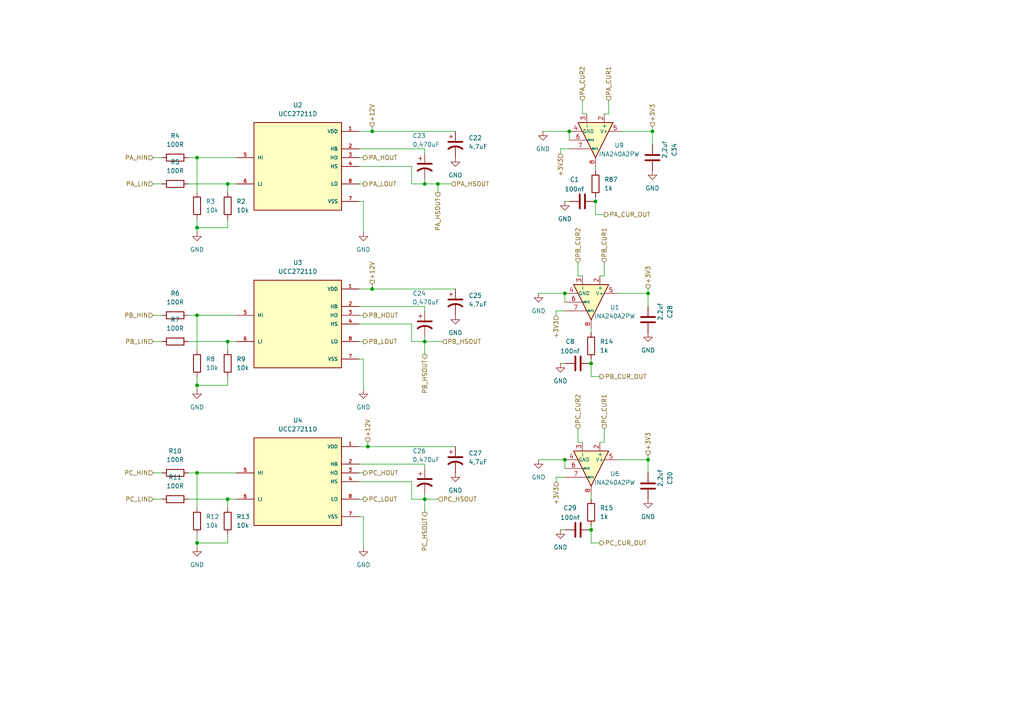
<source format=kicad_sch>
(kicad_sch (version 20250114) (generator "eeschema") (generator_version "9.0")
  (paper "A4")
  (lib_symbols
    (symbol "Amplifier_Current:INA240A2PW" (pin_names (offset 0.127))
      (property "Reference" "U" (at 3.81 3.81 0))
      (property "Value" "INA240A2PW" (at 3.81 -2.54 0))
      (symbol "INA240A2PW_0_1"
        (polyline (pts (xy 5.08 0) (xy -5.08 5.08) (xy -5.08 -5.08) (xy 5.08 0)) (stroke (width 0.254)) (fill (type background)))
      )
      (symbol "INA240A2PW_1_1"
        (pin input line (at -7.62 2.54 0) (length 2.54) (name "+") (number "2"))
        (pin input line (at -7.62 -2.54 0) (length 2.54) (name "-") (number "3"))
        (pin power_in line (at -2.54 7.62 270) (length 3.81) (name "V+") (number "5"))
        (pin passive line (at -2.54 -7.62 90) (length 3.81) (hide yes) (name "GND") (number "1"))
        (pin power_in line (at -2.54 -7.62 90) (length 3.81) (name "GND") (number "4"))
        (pin passive line (at 0 -7.62 90) (length 5.08) (name "REF2") (number "6"))
        (pin passive line (at 2.54 -7.62 90) (length 6.35) (name "REF1") (number "7"))
        (pin output line (at 7.62 0 180) (length 2.54) (name "~") (number "8"))
      )
    )
    (symbol "Device:C" (pin_numbers (hide yes)) (pin_names (offset 0.254))
      (property "Reference" "C" (at 0.635 2.54 0))
      (property "Value" "C" (at 0.635 -2.54 0))
      (symbol "C_0_1"
        (polyline (pts (xy -2.032 0.762) (xy 2.032 0.762)) (stroke (width 0.508)))
        (polyline (pts (xy -2.032 -0.762) (xy 2.032 -0.762)) (stroke (width 0.508)))
      )
      (symbol "C_1_1"
        (pin passive line (at 0 3.81 270) (length 2.794) (name "~") (number "1"))
        (pin passive line (at 0 -3.81 90) (length 2.794) (name "~") (number "2"))
      )
    )
    (symbol "Device:C_Polarized_US" (pin_numbers (hide yes)) (pin_names (offset 0.254) (hide yes))
      (property "Reference" "C" (at 0.635 2.54 0))
      (property "Value" "C_Polarized_US" (at 0.635 -2.54 0))
      (symbol "C_Polarized_US_0_1"
        (polyline (pts (xy -2.032 0.762) (xy 2.032 0.762)) (stroke (width 0.508)))
        (polyline (pts (xy -1.778 2.286) (xy -0.762 2.286)))
        (polyline (pts (xy -1.27 1.778) (xy -1.27 2.794)))
        (arc (start -2.032 -1.27) (mid 0 -0.5572) (end 2.032 -1.27) (stroke (width 0.508)))
      )
      (symbol "C_Polarized_US_1_1"
        (pin passive line (at 0 3.81 270) (length 2.794) (name "~") (number "1"))
        (pin passive line (at 0 -3.81 90) (length 3.302) (name "~") (number "2"))
      )
    )
    (symbol "Device:R" (pin_numbers (hide yes)) (pin_names (offset 0))
      (property "Reference" "R" (at 2.032 0 90))
      (property "Value" "R" (at 0 0 90))
      (symbol "R_0_1"
        (rectangle (start -1.016 -2.54) (end 1.016 2.54) (stroke (width 0.254)))
      )
      (symbol "R_1_1"
        (pin passive line (at 0 3.81 270) (length 1.27) (name "~") (number "1"))
        (pin passive line (at 0 -3.81 90) (length 1.27) (name "~") (number "2"))
      )
    )
    (symbol "GND_1" (power) (pin_numbers (hide yes)) (pin_names (offset 0) (hide yes))
      (property "Value" "GND" (at 0 -3.81 0))
      (symbol "GND_1_0_1"
        (polyline (pts (xy 0 0) (xy 0 -1.27) (xy 1.27 -1.27) (xy 0 -2.54) (xy -1.27 -1.27) (xy 0 -1.27)))
      )
      (symbol "GND_1_1_1"
        (pin power_in line (at 0 0 270) (length 0) (name "~") (number "1"))
      )
    )
    (symbol "UCC27211D:UCC27211D" (pin_names (offset 1.016))
      (property "Reference" "U" (at -12.7 13.7 0))
      (property "Value" "UCC27211D" (at -12.7 -15.24 0))
      (symbol "UCC27211D_0_0"
        (rectangle (start -12.7 -12.7) (end 12.7 12.7) (stroke (width 0.254)) (fill (type background)))
        (pin input line (at -17.78 2.54 0) (length 5.08) (name "HI") (number "5"))
        (pin input line (at -17.78 -5.08 0) (length 5.08) (name "LI") (number "6"))
        (pin power_in line (at 17.78 10.16 180) (length 5.08) (name "VDD") (number "1"))
        (pin passive line (at 17.78 5.08 180) (length 5.08) (name "HB") (number "2"))
        (pin output line (at 17.78 2.54 180) (length 5.08) (name "HO") (number "3"))
        (pin passive line (at 17.78 0 180) (length 5.08) (name "HS") (number "4"))
        (pin output line (at 17.78 -5.08 180) (length 5.08) (name "LO") (number "8"))
        (pin power_in line (at 17.78 -10.16 180) (length 5.08) (name "VSS") (number "7"))
      )
    )
    (symbol "power:GND" (power) (pin_numbers (hide yes)) (pin_names (offset 0) (hide yes))
      (property "Value" "GND" (at 0 -3.81 0))
      (symbol "GND_0_1"
        (polyline (pts (xy 0 0) (xy 0 -1.27) (xy 1.27 -1.27) (xy 0 -2.54) (xy -1.27 -1.27) (xy 0 -1.27)))
      )
      (symbol "GND_1_1"
        (pin power_in line (at 0 0 270) (length 0) (name "~") (number "1"))
      )
    )
  )
  (junction (at 123.19 99.06))
  (junction (at 163.83 85.09))
  (junction (at 171.45 105.41))
  (junction (at 189.23 38.1))
  (junction (at 187.96 85.09))
  (junction (at 163.83 133.35))
  (junction (at 107.95 83.82))
  (junction (at 57.15 45.72))
  (junction (at 127 53.34))
  (junction (at 123.19 144.78))
  (junction (at 57.15 111.76))
  (junction (at 66.04 144.78))
  (junction (at 66.04 53.34))
  (junction (at 171.45 153.67))
  (junction (at 57.15 157.48))
  (junction (at 187.96 133.35))
  (junction (at 57.15 91.44))
  (junction (at 57.15 137.16))
  (junction (at 123.19 53.34))
  (junction (at 106.68 129.54))
  (junction (at 165.1 38.1))
  (junction (at 66.04 99.06))
  (junction (at 107.95 38.1))
  (junction (at 172.72 58.42))
  (junction (at 57.15 66.04))
  (wire (pts (xy 127 53.34) (xy 127 55.88)))
  (wire (pts (xy 165.1 38.1) (xy 165.1 40.64)))
  (wire (pts (xy 44.45 45.72) (xy 46.99 45.72)))
  (wire (pts (xy 104.14 129.54) (xy 106.68 129.54)))
  (wire (pts (xy 163.83 85.09) (xy 163.83 87.63)))
  (wire (pts (xy 66.04 157.48) (xy 66.04 154.94)))
  (wire (pts (xy 119.38 93.98) (xy 119.38 99.06)))
  (wire (pts (xy 132.08 38.1) (xy 107.95 38.1)))
  (wire (pts (xy 175.26 124.46) (xy 175.26 128.27)))
  (wire (pts (xy 107.95 36.83) (xy 107.95 38.1)))
  (wire (pts (xy 123.19 99.06) (xy 123.19 102.87)))
  (wire (pts (xy 57.15 101.6) (xy 57.15 91.44)))
  (wire (pts (xy 123.19 52.07) (xy 123.19 53.34)))
  (wire (pts (xy 171.45 157.48) (xy 173.99 157.48)))
  (wire (pts (xy 171.45 144.78) (xy 171.45 143.51)))
  (wire (pts (xy 162.56 105.41) (xy 163.83 105.41)))
  (wire (pts (xy 57.15 55.88) (xy 57.15 45.72)))
  (wire (pts (xy 104.14 139.7) (xy 119.38 139.7)))
  (wire (pts (xy 127 144.78) (xy 123.19 144.78)))
  (wire (pts (xy 171.45 105.41) (xy 171.45 109.22)))
  (wire (pts (xy 172.72 58.42) (xy 172.72 62.23)))
  (wire (pts (xy 104.14 48.26) (xy 119.38 48.26)))
  (wire (pts (xy 44.45 53.34) (xy 46.99 53.34)))
  (wire (pts (xy 66.04 99.06) (xy 68.58 99.06)))
  (wire (pts (xy 107.95 82.55) (xy 107.95 83.82)))
  (wire (pts (xy 57.15 157.48) (xy 66.04 157.48)))
  (wire (pts (xy 173.99 128.27) (xy 175.26 128.27)))
  (wire (pts (xy 57.15 111.76) (xy 66.04 111.76)))
  (wire (pts (xy 171.45 152.4) (xy 171.45 153.67)))
  (wire (pts (xy 57.15 109.22) (xy 57.15 111.76)))
  (wire (pts (xy 123.19 88.9) (xy 123.19 90.17)))
  (wire (pts (xy 168.91 29.21) (xy 168.91 33.02)))
  (wire (pts (xy 104.14 93.98) (xy 119.38 93.98)))
  (wire (pts (xy 119.38 53.34) (xy 123.19 53.34)))
  (wire (pts (xy 123.19 43.18) (xy 123.19 44.45)))
  (wire (pts (xy 187.96 85.09) (xy 187.96 88.9)))
  (wire (pts (xy 57.15 111.76) (xy 57.15 113.03)))
  (wire (pts (xy 127 53.34) (xy 123.19 53.34)))
  (wire (pts (xy 104.14 99.06) (xy 105.41 99.06)))
  (wire (pts (xy 57.15 66.04) (xy 57.15 67.31)))
  (wire (pts (xy 171.45 153.67) (xy 171.45 157.48)))
  (wire (pts (xy 104.14 144.78) (xy 105.41 144.78)))
  (wire (pts (xy 57.15 91.44) (xy 68.58 91.44)))
  (wire (pts (xy 107.95 83.82) (xy 132.08 83.82)))
  (wire (pts (xy 173.99 80.01) (xy 175.26 80.01)))
  (wire (pts (xy 66.04 53.34) (xy 68.58 53.34)))
  (wire (pts (xy 104.14 91.44) (xy 105.41 91.44)))
  (wire (pts (xy 161.29 138.43) (xy 163.83 138.43)))
  (wire (pts (xy 57.15 63.5) (xy 57.15 66.04)))
  (wire (pts (xy 162.56 44.45) (xy 162.56 43.18)))
  (wire (pts (xy 176.53 29.21) (xy 176.53 33.02)))
  (wire (pts (xy 107.95 38.1) (xy 104.14 38.1)))
  (wire (pts (xy 105.41 149.86) (xy 105.41 158.75)))
  (wire (pts (xy 104.14 137.16) (xy 105.41 137.16)))
  (wire (pts (xy 123.19 43.18) (xy 104.14 43.18)))
  (wire (pts (xy 156.21 85.09) (xy 163.83 85.09)))
  (wire (pts (xy 163.83 133.35) (xy 163.83 135.89)))
  (wire (pts (xy 171.45 96.52) (xy 171.45 95.25)))
  (wire (pts (xy 123.19 134.62) (xy 123.19 135.89)))
  (wire (pts (xy 172.72 62.23) (xy 175.26 62.23)))
  (wire (pts (xy 54.61 53.34) (xy 66.04 53.34)))
  (wire (pts (xy 187.96 133.35) (xy 187.96 137.16)))
  (wire (pts (xy 123.19 88.9) (xy 104.14 88.9)))
  (wire (pts (xy 105.41 58.42) (xy 104.14 58.42)))
  (wire (pts (xy 105.41 58.42) (xy 105.41 67.31)))
  (wire (pts (xy 66.04 66.04) (xy 66.04 63.5)))
  (wire (pts (xy 105.41 149.86) (xy 104.14 149.86)))
  (wire (pts (xy 66.04 111.76) (xy 66.04 109.22)))
  (wire (pts (xy 156.21 133.35) (xy 163.83 133.35)))
  (wire (pts (xy 161.29 90.17) (xy 161.29 91.44)))
  (wire (pts (xy 66.04 147.32) (xy 66.04 144.78)))
  (wire (pts (xy 167.64 80.01) (xy 168.91 80.01)))
  (wire (pts (xy 171.45 109.22) (xy 173.99 109.22)))
  (wire (pts (xy 57.15 45.72) (xy 68.58 45.72)))
  (wire (pts (xy 57.15 157.48) (xy 57.15 158.75)))
  (wire (pts (xy 119.38 139.7) (xy 119.38 144.78)))
  (wire (pts (xy 167.64 76.2) (xy 167.64 80.01)))
  (wire (pts (xy 54.61 144.78) (xy 66.04 144.78)))
  (wire (pts (xy 57.15 66.04) (xy 66.04 66.04)))
  (wire (pts (xy 162.56 153.67) (xy 163.83 153.67)))
  (wire (pts (xy 57.15 147.32) (xy 57.15 137.16)))
  (wire (pts (xy 163.83 58.42) (xy 165.1 58.42)))
  (wire (pts (xy 119.38 99.06) (xy 123.19 99.06)))
  (wire (pts (xy 187.96 83.82) (xy 187.96 85.09)))
  (wire (pts (xy 189.23 36.83) (xy 189.23 38.1)))
  (wire (pts (xy 54.61 45.72) (xy 57.15 45.72)))
  (wire (pts (xy 180.34 38.1) (xy 189.23 38.1)))
  (wire (pts (xy 104.14 45.72) (xy 105.41 45.72)))
  (wire (pts (xy 179.07 133.35) (xy 187.96 133.35)))
  (wire (pts (xy 172.72 49.53) (xy 172.72 48.26)))
  (wire (pts (xy 104.14 83.82) (xy 107.95 83.82)))
  (wire (pts (xy 175.26 33.02) (xy 176.53 33.02)))
  (wire (pts (xy 44.45 99.06) (xy 46.99 99.06)))
  (wire (pts (xy 105.41 104.14) (xy 104.14 104.14)))
  (wire (pts (xy 167.64 124.46) (xy 167.64 128.27)))
  (wire (pts (xy 66.04 144.78) (xy 68.58 144.78)))
  (wire (pts (xy 167.64 128.27) (xy 168.91 128.27)))
  (wire (pts (xy 162.56 43.18) (xy 165.1 43.18)))
  (wire (pts (xy 172.72 57.15) (xy 172.72 58.42)))
  (wire (pts (xy 54.61 91.44) (xy 57.15 91.44)))
  (wire (pts (xy 44.45 137.16) (xy 46.99 137.16)))
  (wire (pts (xy 104.14 53.34) (xy 105.41 53.34)))
  (wire (pts (xy 54.61 99.06) (xy 66.04 99.06)))
  (wire (pts (xy 161.29 90.17) (xy 163.83 90.17)))
  (wire (pts (xy 123.19 97.79) (xy 123.19 99.06)))
  (wire (pts (xy 66.04 55.88) (xy 66.04 53.34)))
  (wire (pts (xy 44.45 144.78) (xy 46.99 144.78)))
  (wire (pts (xy 66.04 101.6) (xy 66.04 99.06)))
  (wire (pts (xy 123.19 143.51) (xy 123.19 144.78)))
  (wire (pts (xy 106.68 128.27) (xy 106.68 129.54)))
  (wire (pts (xy 106.68 129.54) (xy 132.08 129.54)))
  (wire (pts (xy 179.07 85.09) (xy 187.96 85.09)))
  (wire (pts (xy 54.61 137.16) (xy 57.15 137.16)))
  (wire (pts (xy 171.45 104.14) (xy 171.45 105.41)))
  (wire (pts (xy 123.19 134.62) (xy 104.14 134.62)))
  (wire (pts (xy 123.19 144.78) (xy 123.19 148.59)))
  (wire (pts (xy 119.38 144.78) (xy 123.19 144.78)))
  (wire (pts (xy 175.26 76.2) (xy 175.26 80.01)))
  (wire (pts (xy 57.15 154.94) (xy 57.15 157.48)))
  (wire (pts (xy 57.15 137.16) (xy 68.58 137.16)))
  (wire (pts (xy 105.41 104.14) (xy 105.41 113.03)))
  (wire (pts (xy 130.81 53.34) (xy 127 53.34)))
  (wire (pts (xy 119.38 48.26) (xy 119.38 53.34)))
  (wire (pts (xy 189.23 38.1) (xy 189.23 41.91)))
  (wire (pts (xy 128.27 99.06) (xy 123.19 99.06)))
  (wire (pts (xy 187.96 132.08) (xy 187.96 133.35)))
  (wire (pts (xy 157.48 38.1) (xy 165.1 38.1)))
  (wire (pts (xy 44.45 91.44) (xy 46.99 91.44)))
  (wire (pts (xy 168.91 33.02) (xy 170.18 33.02)))
  (wire (pts (xy 161.29 138.43) (xy 161.29 139.7)))
  (hierarchical_label "+3V3" (shape input) (at 187.96 132.08 90))
  (hierarchical_label "PA_LIN" (shape input) (at 44.45 53.34 180))
  (hierarchical_label "PA_HSOUT" (shape input) (at 130.81 53.34 0))
  (hierarchical_label "PC_CUR_OUT" (shape output) (at 173.99 157.48 0))
  (hierarchical_label "+3V3" (shape input) (at 161.29 139.7 270))
  (hierarchical_label "PA_CUR2" (shape input) (at 168.91 29.21 90))
  (hierarchical_label "PA_CUR1" (shape input) (at 176.53 29.21 90))
  (hierarchical_label "PC_HIN" (shape input) (at 44.45 137.16 180))
  (hierarchical_label "+12V" (shape input) (at 107.95 82.55 90))
  (hierarchical_label "+12V" (shape input) (at 107.95 36.83 90))
  (hierarchical_label "PB_CUR_OUT" (shape output) (at 173.99 109.22 0))
  (hierarchical_label "+3V3" (shape input) (at 187.96 83.82 90))
  (hierarchical_label "+3V3" (shape input) (at 162.56 44.45 270))
  (hierarchical_label "PC_HSOUT" (shape output) (at 123.19 148.59 270))
  (hierarchical_label "PA_CUR_OUT" (shape output) (at 175.26 62.23 0))
  (hierarchical_label "PA_HIN" (shape input) (at 44.45 45.72 180))
  (hierarchical_label "PB_HSOUT" (shape output) (at 123.19 102.87 270))
  (hierarchical_label "PB_LOUT" (shape output) (at 105.41 99.06 0))
  (hierarchical_label "PA_LOUT" (shape output) (at 105.41 53.34 0))
  (hierarchical_label "PA_HOUT" (shape output) (at 105.41 45.72 0))
  (hierarchical_label "PC_CUR1" (shape input) (at 175.26 124.46 90))
  (hierarchical_label "PC_LOUT" (shape output) (at 105.41 144.78 0))
  (hierarchical_label "PB_HIN" (shape input) (at 44.45 91.44 180))
  (hierarchical_label "PC_HOUT" (shape output) (at 105.41 137.16 0))
  (hierarchical_label "PA_HSOUT" (shape output) (at 127 55.88 270))
  (hierarchical_label "+12V" (shape input) (at 106.68 128.27 90))
  (hierarchical_label "PB_CUR1" (shape input) (at 175.26 76.2 90))
  (hierarchical_label "+3V3" (shape input) (at 161.29 91.44 270))
  (hierarchical_label "+3V3" (shape input) (at 189.23 36.83 90))
  (hierarchical_label "PB_HOUT" (shape output) (at 105.41 91.44 0))
  (hierarchical_label "PB_LIN" (shape input) (at 44.45 99.06 180))
  (hierarchical_label "PC_HSOUT" (shape input) (at 127 144.78 0))
  (hierarchical_label "PB_CUR2" (shape input) (at 167.64 76.2 90))
  (hierarchical_label "PB_HSOUT" (shape input) (at 128.27 99.06 0))
  (hierarchical_label "PC_CUR2" (shape input) (at 167.64 124.46 90))
  (hierarchical_label "PC_LIN" (shape input) (at 44.45 144.78 180))
  (symbol (lib_name "GND_1") (lib_id "power:GND") (at 187.96 144.78 0) (unit 1)
    (property "Reference" "#PWR036" (effects (hide yes)))
    (property "Value" "GND" (at 187.96 149.86 0))
    (property "Description" "Power symbol creates a global label with name \"GND\" , ground" (effects (hide yes)))
  )
  (symbol (lib_id "Device:C_Polarized_US") (at 123.19 139.7 0) (unit 1)
    (property "Reference" "C26" (at 119.634 130.81 0) (effects (justify left)))
    (property "Value" "0,470uF" (at 119.634 133.35 0) (effects (justify left)))
    (property "Footprint" "Capacitor_Tantalum_SMD:CP_EIA-3216-10_Kemet-I" (effects (hide yes)))
    (property "Description" "Polarized capacitor, US symbol" (effects (hide yes)))
  )
  (symbol (lib_id "Device:R") (at 66.04 151.13 0) (unit 1)
    (property "Reference" "R13" (at 68.58 149.8599 0) (effects (justify left)))
    (property "Value" "10k" (at 68.58 152.3999 0) (effects (justify left)))
    (property "Footprint" "Resistor_SMD:R_0603_1608Metric" (effects (hide yes)))
    (property "Description" "Resistor" (effects (hide yes)))
  )
  (symbol (lib_id "Device:R") (at 172.72 53.34 180) (unit 1)
    (property "Reference" "R87" (at 175.26 52.0699 0) (effects (justify right)))
    (property "Value" "1k" (at 175.26 54.6099 0) (effects (justify right)))
    (property "Footprint" "Resistor_SMD:R_0603_1608Metric" (effects (hide yes)))
  )
  (symbol (lib_id "Device:R") (at 171.45 148.59 180) (unit 1)
    (property "Reference" "R15" (at 173.99 147.3199 0) (effects (justify right)))
    (property "Value" "1k" (at 173.99 149.8599 0) (effects (justify right)))
    (property "Footprint" "Resistor_SMD:R_0603_1608Metric" (effects (hide yes)))
  )
  (symbol (lib_id "Device:R") (at 50.8 91.44 90) (unit 1)
    (property "Reference" "R6" (at 50.8 85.09 90))
    (property "Value" "100R" (at 50.8 87.63 90))
    (property "Footprint" "Resistor_SMD:R_0603_1608Metric" (effects (hide yes)))
    (property "Description" "Resistor" (effects (hide yes)))
  )
  (symbol (lib_id "Device:C") (at 187.96 140.97 0) (unit 1)
    (property "Reference" "C30" (at 194.31 138.684 90))
    (property "Value" "2,2uf" (at 191.516 138.684 90))
    (property "Footprint" "Capacitor_SMD:C_0805_2012Metric" (effects (hide yes)))
  )
  (symbol (lib_id "Device:C") (at 167.64 153.67 90) (unit 1)
    (property "Reference" "C29" (at 165.354 147.32 90))
    (property "Value" "100nf" (at 165.354 150.114 90))
    (property "Footprint" "Capacitor_SMD:C_0603_1608Metric" (effects (hide yes)))
  )
  (symbol (lib_id "Device:R") (at 66.04 59.69 0) (unit 1)
    (property "Reference" "R2" (at 68.58 58.4199 0) (effects (justify left)))
    (property "Value" "10k" (at 68.58 60.9599 0) (effects (justify left)))
    (property "Footprint" "Resistor_SMD:R_0603_1608Metric" (effects (hide yes)))
    (property "Description" "Resistor" (effects (hide yes)))
  )
  (symbol (lib_id "Device:R") (at 66.04 105.41 0) (unit 1)
    (property "Reference" "R9" (at 68.58 104.1399 0) (effects (justify left)))
    (property "Value" "10k" (at 68.58 106.6799 0) (effects (justify left)))
    (property "Footprint" "Resistor_SMD:R_0603_1608Metric" (effects (hide yes)))
    (property "Description" "Resistor" (effects (hide yes)))
  )
  (symbol (lib_id "Device:R") (at 57.15 59.69 0) (unit 1)
    (property "Reference" "R3" (at 59.69 58.4199 0) (effects (justify left)))
    (property "Value" "10k" (at 59.69 60.9599 0) (effects (justify left)))
    (property "Footprint" "Resistor_SMD:R_0603_1608Metric" (effects (hide yes)))
    (property "Description" "Resistor" (effects (hide yes)))
  )
  (symbol (lib_id "power:GND") (at 132.08 45.72 0) (unit 1)
    (property "Reference" "#PWR016" (effects (hide yes)))
    (property "Value" "GND" (at 132.08 50.8 0))
    (property "Description" "Power symbol creates a global label with name \"GND\" , ground" (effects (hide yes)))
  )
  (symbol (lib_id "Device:C") (at 168.91 58.42 90) (unit 1)
    (property "Reference" "C1" (at 166.624 52.07 90))
    (property "Value" "100nf" (at 166.624 54.864 90))
    (property "Footprint" "Capacitor_SMD:C_0603_1608Metric" (effects (hide yes)))
  )
  (symbol (lib_id "Device:R") (at 50.8 144.78 90) (unit 1)
    (property "Reference" "R11" (at 50.8 138.43 90))
    (property "Value" "100R" (at 50.8 140.97 90))
    (property "Footprint" "Resistor_SMD:R_0603_1608Metric" (effects (hide yes)))
    (property "Description" "Resistor" (effects (hide yes)))
  )
  (symbol (lib_name "GND_1") (lib_id "power:GND") (at 157.48 38.1 0) (unit 1)
    (property "Reference" "#PWR059" (effects (hide yes)))
    (property "Value" "GND" (at 157.48 43.18 0))
    (property "Description" "Power symbol creates a global label with name \"GND\" , ground" (effects (hide yes)))
  )
  (symbol (lib_name "GND_1") (lib_id "power:GND") (at 189.23 49.53 0) (unit 1)
    (property "Reference" "#PWR012" (effects (hide yes)))
    (property "Value" "GND" (at 189.23 54.61 0))
    (property "Description" "Power symbol creates a global label with name \"GND\" , ground" (effects (hide yes)))
  )
  (symbol (lib_id "UCC27211D:UCC27211D") (at 86.36 48.26 0) (unit 1)
    (property "Reference" "U2" (at 86.36 30.48 0))
    (property "Value" "UCC27211D" (at 86.36 33.02 0))
    (property "Footprint" "Package_SO:HSOP-8-1EP_3.9x4.9mm_P1.27mm_EP2.41x3.1mm_ThermalVias" (effects (hide yes)))
    (property "MF" "Texas Instruments" (effects (hide yes)))
    (property "MAXIMUM_PACKAGE_HEIGHT" "1.75 mm" (effects (hide yes)))
    (property "Package" "SOIC-8 Texas Instruments" (effects (hide yes)))
    (property "Price" "None" (effects (hide yes)))
    (property "Check_prices" "https://www.snapeda.com/parts/UCC27211D/Texas+Instruments/view-part/?ref=eda" (effects (hide yes)))
    (property "STANDARD" "Manufacturer Recommendations" (effects (hide yes)))
    (property "PARTREV" "F" (effects (hide yes)))
    (property "SnapEDA_Link" "https://www.snapeda.com/parts/UCC27211D/Texas+Instruments/view-part/?ref=snap" (effects (hide yes)))
    (property "MP" "UCC27211D" (effects (hide yes)))
    (property "Description_1" "4-A, 120-V half bridge gate driver with 8-V UVLO and TTL inputs" (effects (hide yes)))
    (property "Availability" "In Stock" (effects (hide yes)))
    (property "MANUFACTURER" "Texas Instruments" (effects (hide yes)))
  )
  (symbol (lib_id "Amplifier_Current:INA240A2PW") (at 171.45 135.89 270) (unit 1)
    (property "Reference" "U6" (at 178.308 137.414 90))
    (property "Value" "INA240A2PW" (at 178.308 139.954 90))
    (property "Footprint" "Package_SO:TSSOP-8_4.4x3mm_P0.65mm" (effects (hide yes)))
    (property "Datasheet" "http://www.ti.com/lit/ds/symlink/ina240.pdf" (effects (hide yes)))
    (property "Description" "High- and Low-Side, Bidirectional, Zero-Drift, Current-Sense Amplifier With Enhanced PWM Rejection, 50V/V, TSSOP-8" (effects (hide yes)))
  )
  (symbol (lib_id "Device:R") (at 50.8 137.16 90) (unit 1)
    (property "Reference" "R10" (at 50.8 130.81 90))
    (property "Value" "100R" (at 50.8 133.35 90))
    (property "Footprint" "Resistor_SMD:R_0603_1608Metric" (effects (hide yes)))
    (property "Description" "Resistor" (effects (hide yes)))
  )
  (symbol (lib_id "power:GND") (at 105.41 158.75 0) (unit 1)
    (property "Reference" "#PWR022" (effects (hide yes)))
    (property "Value" "GND" (at 105.41 163.83 0))
    (property "Description" "Power symbol creates a global label with name \"GND\" , ground" (effects (hide yes)))
  )
  (symbol (lib_id "Device:C_Polarized_US") (at 132.08 41.91 0) (unit 1)
    (property "Reference" "C22" (at 135.89 40.0049 0) (effects (justify left)))
    (property "Value" "4,7uF" (at 135.89 42.5449 0) (effects (justify left)))
    (property "Footprint" "Capacitor_Tantalum_SMD:CP_EIA-3216-10_Kemet-I" (effects (hide yes)))
    (property "Description" "Polarized capacitor, US symbol" (effects (hide yes)))
  )
  (symbol (lib_id "power:GND") (at 105.41 113.03 0) (unit 1)
    (property "Reference" "#PWR018" (effects (hide yes)))
    (property "Value" "GND" (at 105.41 118.11 0))
    (property "Description" "Power symbol creates a global label with name \"GND\" , ground" (effects (hide yes)))
  )
  (symbol (lib_id "UCC27211D:UCC27211D") (at 86.36 93.98 0) (unit 1)
    (property "Reference" "U3" (at 86.36 76.2 0))
    (property "Value" "UCC27211D" (at 86.36 78.74 0))
    (property "Footprint" "Package_SO:HSOP-8-1EP_3.9x4.9mm_P1.27mm_EP2.41x3.1mm_ThermalVias" (effects (hide yes)))
    (property "MF" "Texas Instruments" (effects (hide yes)))
    (property "MAXIMUM_PACKAGE_HEIGHT" "1.75 mm" (effects (hide yes)))
    (property "Package" "SOIC-8 Texas Instruments" (effects (hide yes)))
    (property "Price" "None" (effects (hide yes)))
    (property "Check_prices" "https://www.snapeda.com/parts/UCC27211D/Texas+Instruments/view-part/?ref=eda" (effects (hide yes)))
    (property "STANDARD" "Manufacturer Recommendations" (effects (hide yes)))
    (property "PARTREV" "F" (effects (hide yes)))
    (property "SnapEDA_Link" "https://www.snapeda.com/parts/UCC27211D/Texas+Instruments/view-part/?ref=snap" (effects (hide yes)))
    (property "MP" "UCC27211D" (effects (hide yes)))
    (property "Description_1" "4-A, 120-V half bridge gate driver with 8-V UVLO and TTL inputs" (effects (hide yes)))
    (property "Availability" "In Stock" (effects (hide yes)))
    (property "MANUFACTURER" "Texas Instruments" (effects (hide yes)))
  )
  (symbol (lib_id "power:GND") (at 57.15 158.75 0) (unit 1)
    (property "Reference" "#PWR021" (effects (hide yes)))
    (property "Value" "GND" (at 57.15 163.83 0))
    (property "Description" "Power symbol creates a global label with name \"GND\" , ground" (effects (hide yes)))
  )
  (symbol (lib_name "GND_1") (lib_id "power:GND") (at 163.83 58.42 0) (unit 1)
    (property "Reference" "#PWR091" (effects (hide yes)))
    (property "Value" "GND" (at 163.83 63.5 0))
    (property "Description" "Power symbol creates a global label with name \"GND\" , ground" (effects (hide yes)))
  )
  (symbol (lib_id "power:GND") (at 105.41 67.31 0) (unit 1)
    (property "Reference" "#PWR015" (effects (hide yes)))
    (property "Value" "GND" (at 105.41 72.39 0))
    (property "Description" "Power symbol creates a global label with name \"GND\" , ground" (effects (hide yes)))
  )
  (symbol (lib_id "Device:C") (at 187.96 92.71 0) (unit 1)
    (property "Reference" "C28" (at 194.31 90.424 90))
    (property "Value" "2,2uf" (at 191.516 90.424 90))
    (property "Footprint" "Capacitor_SMD:C_0805_2012Metric" (effects (hide yes)))
  )
  (symbol (lib_id "Device:C_Polarized_US") (at 123.19 48.26 0) (unit 1)
    (property "Reference" "C23" (at 119.634 39.37 0) (effects (justify left)))
    (property "Value" "0,470uF" (at 119.634 41.91 0) (effects (justify left)))
    (property "Footprint" "Capacitor_Tantalum_SMD:CP_EIA-3216-10_Kemet-I" (effects (hide yes)))
    (property "Description" "Polarized capacitor, US symbol" (effects (hide yes)))
  )
  (symbol (lib_id "Device:R") (at 50.8 99.06 90) (unit 1)
    (property "Reference" "R7" (at 50.8 92.71 90))
    (property "Value" "100R" (at 50.8 95.25 90))
    (property "Footprint" "Resistor_SMD:R_0603_1608Metric" (effects (hide yes)))
    (property "Description" "Resistor" (effects (hide yes)))
  )
  (symbol (lib_id "Device:R") (at 171.45 100.33 180) (unit 1)
    (property "Reference" "R14" (at 173.99 99.0599 0) (effects (justify right)))
    (property "Value" "1k" (at 173.99 101.5999 0) (effects (justify right)))
    (property "Footprint" "Resistor_SMD:R_0603_1608Metric" (effects (hide yes)))
  )
  (symbol (lib_id "power:GND") (at 132.08 137.16 0) (unit 1)
    (property "Reference" "#PWR024" (effects (hide yes)))
    (property "Value" "GND" (at 132.08 142.24 0))
    (property "Description" "Power symbol creates a global label with name \"GND\" , ground" (effects (hide yes)))
  )
  (symbol (lib_id "Amplifier_Current:INA240A2PW") (at 172.72 40.64 270) (unit 1)
    (property "Reference" "U9" (at 179.578 42.164 90))
    (property "Value" "INA240A2PW" (at 179.578 44.704 90))
    (property "Footprint" "Package_SO:TSSOP-8_4.4x3mm_P0.65mm" (effects (hide yes)))
    (property "Datasheet" "http://www.ti.com/lit/ds/symlink/ina240.pdf" (effects (hide yes)))
    (property "Description" "High- and Low-Side, Bidirectional, Zero-Drift, Current-Sense Amplifier With Enhanced PWM Rejection, 50V/V, TSSOP-8" (effects (hide yes)))
  )
  (symbol (lib_name "GND_1") (lib_id "power:GND") (at 156.21 85.09 0) (unit 1)
    (property "Reference" "#PWR027" (effects (hide yes)))
    (property "Value" "GND" (at 156.21 90.17 0))
    (property "Description" "Power symbol creates a global label with name \"GND\" , ground" (effects (hide yes)))
  )
  (symbol (lib_id "Device:C_Polarized_US") (at 132.08 133.35 0) (unit 1)
    (property "Reference" "C27" (at 135.89 131.4449 0) (effects (justify left)))
    (property "Value" "4,7uF" (at 135.89 133.9849 0) (effects (justify left)))
    (property "Footprint" "Capacitor_Tantalum_SMD:CP_EIA-3216-10_Kemet-I" (effects (hide yes)))
    (property "Description" "Polarized capacitor, US symbol" (effects (hide yes)))
  )
  (symbol (lib_id "UCC27211D:UCC27211D") (at 86.36 139.7 0) (unit 1)
    (property "Reference" "U4" (at 86.36 121.92 0))
    (property "Value" "UCC27211D" (at 86.36 124.46 0))
    (property "Footprint" "Package_SO:HSOP-8-1EP_3.9x4.9mm_P1.27mm_EP2.41x3.1mm_ThermalVias" (effects (hide yes)))
    (property "MF" "Texas Instruments" (effects (hide yes)))
    (property "MAXIMUM_PACKAGE_HEIGHT" "1.75 mm" (effects (hide yes)))
    (property "Package" "SOIC-8 Texas Instruments" (effects (hide yes)))
    (property "Price" "None" (effects (hide yes)))
    (property "Check_prices" "https://www.snapeda.com/parts/UCC27211D/Texas+Instruments/view-part/?ref=eda" (effects (hide yes)))
    (property "STANDARD" "Manufacturer Recommendations" (effects (hide yes)))
    (property "PARTREV" "F" (effects (hide yes)))
    (property "SnapEDA_Link" "https://www.snapeda.com/parts/UCC27211D/Texas+Instruments/view-part/?ref=snap" (effects (hide yes)))
    (property "MP" "UCC27211D" (effects (hide yes)))
    (property "Description_1" "4-A, 120-V half bridge gate driver with 8-V UVLO and TTL inputs" (effects (hide yes)))
    (property "Availability" "In Stock" (effects (hide yes)))
    (property "MANUFACTURER" "Texas Instruments" (effects (hide yes)))
  )
  (symbol (lib_name "GND_1") (lib_id "power:GND") (at 156.21 133.35 0) (unit 1)
    (property "Reference" "#PWR032" (effects (hide yes)))
    (property "Value" "GND" (at 156.21 138.43 0))
    (property "Description" "Power symbol creates a global label with name \"GND\" , ground" (effects (hide yes)))
  )
  (symbol (lib_id "Device:C_Polarized_US") (at 123.19 93.98 0) (unit 1)
    (property "Reference" "C24" (at 119.634 85.09 0) (effects (justify left)))
    (property "Value" "0,470uF" (at 119.634 87.63 0) (effects (justify left)))
    (property "Footprint" "Capacitor_Tantalum_SMD:CP_EIA-3216-10_Kemet-I" (effects (hide yes)))
    (property "Description" "Polarized capacitor, US symbol" (effects (hide yes)))
  )
  (symbol (lib_id "power:GND") (at 57.15 113.03 0) (unit 1)
    (property "Reference" "#PWR017" (effects (hide yes)))
    (property "Value" "GND" (at 57.15 118.11 0))
    (property "Description" "Power symbol creates a global label with name \"GND\" , ground" (effects (hide yes)))
  )
  (symbol (lib_id "power:GND") (at 57.15 67.31 0) (unit 1)
    (property "Reference" "#PWR013" (effects (hide yes)))
    (property "Value" "GND" (at 57.15 72.39 0))
    (property "Description" "Power symbol creates a global label with name \"GND\" , ground" (effects (hide yes)))
  )
  (symbol (lib_name "GND_1") (lib_id "power:GND") (at 187.96 96.52 0) (unit 1)
    (property "Reference" "#PWR031" (effects (hide yes)))
    (property "Value" "GND" (at 187.96 101.6 0))
    (property "Description" "Power symbol creates a global label with name \"GND\" , ground" (effects (hide yes)))
  )
  (symbol (lib_id "Device:R") (at 57.15 105.41 0) (unit 1)
    (property "Reference" "R8" (at 59.69 104.1399 0) (effects (justify left)))
    (property "Value" "10k" (at 59.69 106.6799 0) (effects (justify left)))
    (property "Footprint" "Resistor_SMD:R_0603_1608Metric" (effects (hide yes)))
    (property "Description" "Resistor" (effects (hide yes)))
  )
  (symbol (lib_id "Device:R") (at 50.8 53.34 90) (unit 1)
    (property "Reference" "R5" (at 50.8 46.99 90))
    (property "Value" "100R" (at 50.8 49.53 90))
    (property "Footprint" "Resistor_SMD:R_0603_1608Metric" (effects (hide yes)))
    (property "Description" "Resistor" (effects (hide yes)))
  )
  (symbol (lib_name "GND_1") (lib_id "power:GND") (at 162.56 153.67 0) (unit 1)
    (property "Reference" "#PWR034" (effects (hide yes)))
    (property "Value" "GND" (at 162.56 158.75 0))
    (property "Description" "Power symbol creates a global label with name \"GND\" , ground" (effects (hide yes)))
  )
  (symbol (lib_id "Device:R") (at 57.15 151.13 0) (unit 1)
    (property "Reference" "R12" (at 59.69 149.8599 0) (effects (justify left)))
    (property "Value" "10k" (at 59.69 152.3999 0) (effects (justify left)))
    (property "Footprint" "Resistor_SMD:R_0603_1608Metric" (effects (hide yes)))
    (property "Description" "Resistor" (effects (hide yes)))
  )
  (symbol (lib_name "GND_1") (lib_id "power:GND") (at 162.56 105.41 0) (unit 1)
    (property "Reference" "#PWR029" (effects (hide yes)))
    (property "Value" "GND" (at 162.56 110.49 0))
    (property "Description" "Power symbol creates a global label with name \"GND\" , ground" (effects (hide yes)))
  )
  (symbol (lib_id "Device:R") (at 50.8 45.72 90) (unit 1)
    (property "Reference" "R4" (at 50.8 39.37 90))
    (property "Value" "100R" (at 50.8 41.91 90))
    (property "Footprint" "Resistor_SMD:R_0603_1608Metric" (effects (hide yes)))
    (property "Description" "Resistor" (effects (hide yes)))
  )
  (symbol (lib_id "power:GND") (at 132.08 91.44 0) (unit 1)
    (property "Reference" "#PWR020" (effects (hide yes)))
    (property "Value" "GND" (at 132.08 96.52 0))
    (property "Description" "Power symbol creates a global label with name \"GND\" , ground" (effects (hide yes)))
  )
  (symbol (lib_id "Device:C") (at 189.23 45.72 0) (unit 1)
    (property "Reference" "C34" (at 195.58 43.434 90))
    (property "Value" "2,2uf" (at 192.786 43.434 90))
    (property "Footprint" "Capacitor_SMD:C_0805_2012Metric" (effects (hide yes)))
  )
  (symbol (lib_id "Device:C_Polarized_US") (at 132.08 87.63 0) (unit 1)
    (property "Reference" "C25" (at 135.89 85.7249 0) (effects (justify left)))
    (property "Value" "4,7uF" (at 135.89 88.2649 0) (effects (justify left)))
    (property "Footprint" "Capacitor_Tantalum_SMD:CP_EIA-3216-10_Kemet-I" (effects (hide yes)))
    (property "Description" "Polarized capacitor, US symbol" (effects (hide yes)))
  )
  (symbol (lib_id "Device:C") (at 167.64 105.41 90) (unit 1)
    (property "Reference" "C8" (at 165.354 99.06 90))
    (property "Value" "100nf" (at 165.354 101.854 90))
    (property "Footprint" "Capacitor_SMD:C_0603_1608Metric" (effects (hide yes)))
  )
  (symbol (lib_id "Amplifier_Current:INA240A2PW") (at 171.45 87.63 270) (unit 1)
    (property "Reference" "U1" (at 178.308 89.154 90))
    (property "Value" "INA240A2PW" (at 178.308 91.694 90))
    (property "Footprint" "Package_SO:TSSOP-8_4.4x3mm_P0.65mm" (effects (hide yes)))
    (property "Datasheet" "http://www.ti.com/lit/ds/symlink/ina240.pdf" (effects (hide yes)))
    (property "Description" "High- and Low-Side, Bidirectional, Zero-Drift, Current-Sense Amplifier With Enhanced PWM Rejection, 50V/V, TSSOP-8" (effects (hide yes)))
  )
)
</source>
